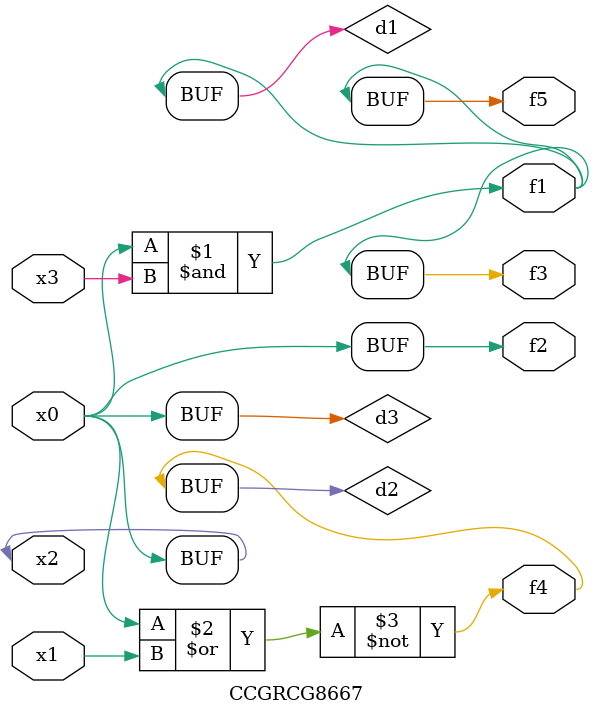
<source format=v>
module CCGRCG8667(
	input x0, x1, x2, x3,
	output f1, f2, f3, f4, f5
);

	wire d1, d2, d3;

	and (d1, x2, x3);
	nor (d2, x0, x1);
	buf (d3, x0, x2);
	assign f1 = d1;
	assign f2 = d3;
	assign f3 = d1;
	assign f4 = d2;
	assign f5 = d1;
endmodule

</source>
